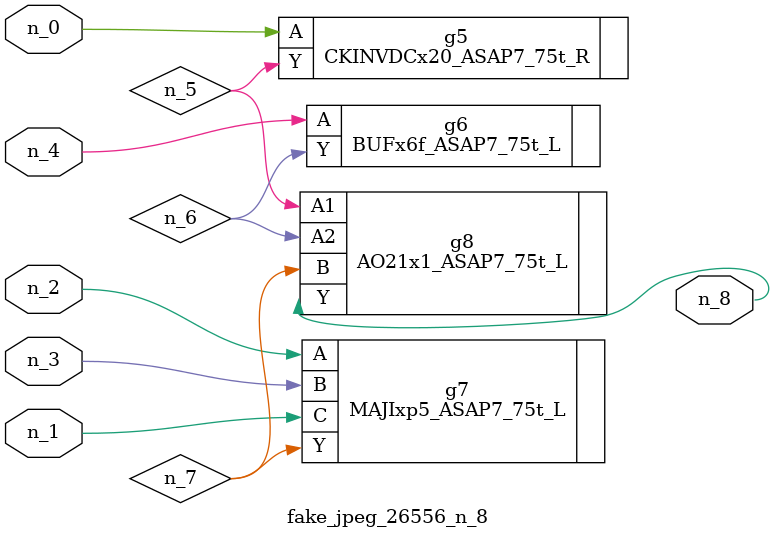
<source format=v>
module fake_jpeg_26556_n_8 (n_3, n_2, n_1, n_0, n_4, n_8);

input n_3;
input n_2;
input n_1;
input n_0;
input n_4;

output n_8;

wire n_6;
wire n_5;
wire n_7;

CKINVDCx20_ASAP7_75t_R g5 ( 
.A(n_0),
.Y(n_5)
);

BUFx6f_ASAP7_75t_L g6 ( 
.A(n_4),
.Y(n_6)
);

MAJIxp5_ASAP7_75t_L g7 ( 
.A(n_2),
.B(n_3),
.C(n_1),
.Y(n_7)
);

AO21x1_ASAP7_75t_L g8 ( 
.A1(n_5),
.A2(n_6),
.B(n_7),
.Y(n_8)
);


endmodule
</source>
